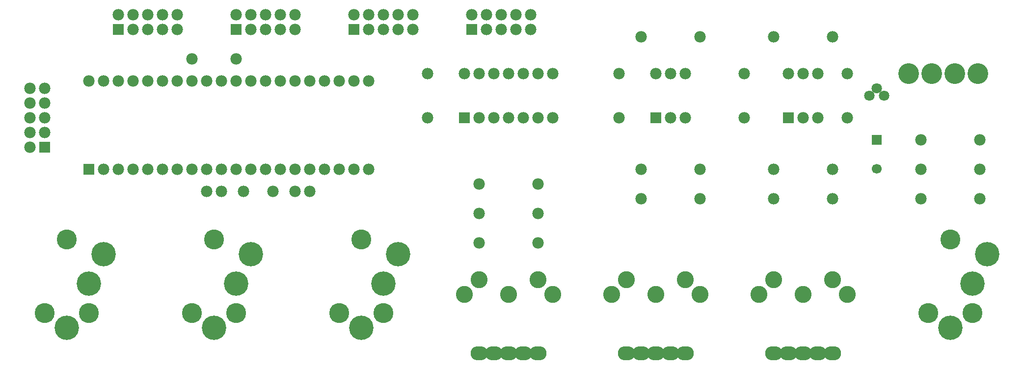
<source format=gts>
G04 #@! TF.FileFunction,Soldermask,Top*
%FSLAX46Y46*%
G04 Gerber Fmt 4.6, Leading zero omitted, Abs format (unit mm)*
G04 Created by KiCad (PCBNEW (2016-03-22 BZR 6643, Git db8c72c)-product) date 3/23/2016 7:30:48 PM*
%MOMM*%
G01*
G04 APERTURE LIST*
%ADD10C,0.100000*%
%ADD11O,2.940000X2.432000*%
%ADD12C,2.940000*%
%ADD13C,1.974800*%
%ADD14R,1.974800X1.974800*%
%ADD15C,4.210000*%
%ADD16C,3.448000*%
%ADD17R,1.700000X1.700000*%
%ADD18C,1.700000*%
%ADD19C,3.575000*%
%ADD20C,1.797000*%
G04 APERTURE END LIST*
D10*
D11*
X190500000Y-115570000D03*
X180340000Y-115570000D03*
X185420000Y-115570000D03*
X182880000Y-115570000D03*
X187960000Y-115570000D03*
D12*
X185420000Y-105410000D03*
X177800000Y-105410000D03*
X193040000Y-105410000D03*
X180340000Y-102870000D03*
X190500000Y-102870000D03*
D11*
X215900000Y-115570000D03*
X205740000Y-115570000D03*
X210820000Y-115570000D03*
X208280000Y-115570000D03*
X213360000Y-115570000D03*
D12*
X210820000Y-105410000D03*
X203200000Y-105410000D03*
X218440000Y-105410000D03*
X205740000Y-102870000D03*
X215900000Y-102870000D03*
D11*
X165100000Y-115570000D03*
X154940000Y-115570000D03*
X160020000Y-115570000D03*
X157480000Y-115570000D03*
X162560000Y-115570000D03*
D12*
X160020000Y-105410000D03*
X152400000Y-105410000D03*
X167640000Y-105410000D03*
X154940000Y-102870000D03*
X165100000Y-102870000D03*
D13*
X241300000Y-88900000D03*
X231140000Y-88900000D03*
X193040000Y-88900000D03*
X182880000Y-88900000D03*
X215900000Y-88900000D03*
X205740000Y-88900000D03*
X182880000Y-60960000D03*
X193040000Y-60960000D03*
X205740000Y-60960000D03*
X215900000Y-60960000D03*
X165100000Y-86360000D03*
X154940000Y-86360000D03*
X154940000Y-96520000D03*
X165100000Y-96520000D03*
X165100000Y-91440000D03*
X154940000Y-91440000D03*
X87630000Y-68580000D03*
D14*
X87630000Y-83820000D03*
D13*
X90170000Y-68580000D03*
X90170000Y-83820000D03*
X92710000Y-68580000D03*
X92710000Y-83820000D03*
X95250000Y-68580000D03*
X95250000Y-83820000D03*
X97790000Y-68580000D03*
X97790000Y-83820000D03*
X100330000Y-68580000D03*
X100330000Y-83820000D03*
X102870000Y-68580000D03*
X102870000Y-83820000D03*
X105410000Y-68580000D03*
X105410000Y-83820000D03*
X107950000Y-68580000D03*
X107950000Y-83820000D03*
X110490000Y-68580000D03*
X110490000Y-83820000D03*
X113030000Y-68580000D03*
X113030000Y-83820000D03*
X115570000Y-68580000D03*
X115570000Y-83820000D03*
X118110000Y-68580000D03*
X118110000Y-83820000D03*
X120650000Y-68580000D03*
X120650000Y-83820000D03*
X123190000Y-68580000D03*
X123190000Y-83820000D03*
X125730000Y-68580000D03*
X125730000Y-83820000D03*
X128270000Y-68580000D03*
X128270000Y-83820000D03*
X130810000Y-68580000D03*
X130810000Y-83820000D03*
X133350000Y-68580000D03*
X133350000Y-83820000D03*
X135890000Y-68580000D03*
X135890000Y-83820000D03*
X185420000Y-67310000D03*
D14*
X185420000Y-74930000D03*
D13*
X187960000Y-67310000D03*
X187960000Y-74930000D03*
X190500000Y-67310000D03*
X190500000Y-74930000D03*
X208280000Y-67310000D03*
D14*
X208280000Y-74930000D03*
D13*
X210820000Y-67310000D03*
X210820000Y-74930000D03*
X213360000Y-67310000D03*
X213360000Y-74930000D03*
X152400000Y-67310000D03*
D14*
X152400000Y-74930000D03*
D13*
X154940000Y-67310000D03*
X154940000Y-74930000D03*
X157480000Y-67310000D03*
X157480000Y-74930000D03*
X160020000Y-67310000D03*
X160020000Y-74930000D03*
X162560000Y-67310000D03*
X162560000Y-74930000D03*
X165100000Y-67310000D03*
X165100000Y-74930000D03*
X167640000Y-67310000D03*
X167640000Y-74930000D03*
X182880000Y-83820000D03*
X193040000Y-83820000D03*
X231140000Y-78740000D03*
X241300000Y-78740000D03*
X231140000Y-83820000D03*
X241300000Y-83820000D03*
X205740000Y-83820000D03*
X215900000Y-83820000D03*
D15*
X236220000Y-111201200D03*
D16*
X240030000Y-108661200D03*
D15*
X240030000Y-103581200D03*
X242570000Y-98501200D03*
D16*
X236220000Y-95961200D03*
X232410000Y-108661200D03*
D15*
X109220000Y-111201200D03*
D16*
X113030000Y-108661200D03*
D15*
X113030000Y-103581200D03*
X115570000Y-98501200D03*
D16*
X109220000Y-95961200D03*
X105410000Y-108661200D03*
D15*
X134620000Y-111201200D03*
D16*
X138430000Y-108661200D03*
D15*
X138430000Y-103581200D03*
X140970000Y-98501200D03*
D16*
X134620000Y-95961200D03*
X130810000Y-108661200D03*
D15*
X83820000Y-111201200D03*
D16*
X87630000Y-108661200D03*
D15*
X87630000Y-103581200D03*
X90170000Y-98501200D03*
D16*
X83820000Y-95961200D03*
X80010000Y-108661200D03*
D13*
X218440000Y-67310000D03*
X218440000Y-74930000D03*
X200660000Y-67310000D03*
X200660000Y-74930000D03*
X179070000Y-67310000D03*
X179070000Y-74930000D03*
X146050000Y-67310000D03*
X146050000Y-74930000D03*
X105410000Y-64770000D03*
X113030000Y-64770000D03*
D17*
X223520000Y-78740000D03*
D18*
X223520000Y-83740000D03*
D19*
X229006400Y-67310000D03*
X232968800Y-67310000D03*
X236931200Y-67310000D03*
X240893600Y-67310000D03*
D13*
X123190000Y-87630000D03*
X125730000Y-87630000D03*
X110490000Y-87630000D03*
X107950000Y-87630000D03*
X119380000Y-87630000D03*
X114300000Y-87630000D03*
D20*
X222250000Y-71120000D03*
X223520000Y-69850000D03*
X224790000Y-71120000D03*
D14*
X92710000Y-59690000D03*
D13*
X92710000Y-57150000D03*
X95250000Y-59690000D03*
X95250000Y-57150000D03*
X97790000Y-59690000D03*
X97790000Y-57150000D03*
X100330000Y-59690000D03*
X100330000Y-57150000D03*
X102870000Y-59690000D03*
X102870000Y-57150000D03*
D14*
X113030000Y-59690000D03*
D13*
X113030000Y-57150000D03*
X115570000Y-59690000D03*
X115570000Y-57150000D03*
X118110000Y-59690000D03*
X118110000Y-57150000D03*
X120650000Y-59690000D03*
X120650000Y-57150000D03*
X123190000Y-59690000D03*
X123190000Y-57150000D03*
D14*
X133350000Y-59690000D03*
D13*
X133350000Y-57150000D03*
X135890000Y-59690000D03*
X135890000Y-57150000D03*
X138430000Y-59690000D03*
X138430000Y-57150000D03*
X140970000Y-59690000D03*
X140970000Y-57150000D03*
X143510000Y-59690000D03*
X143510000Y-57150000D03*
D14*
X153670000Y-59690000D03*
D13*
X153670000Y-57150000D03*
X156210000Y-59690000D03*
X156210000Y-57150000D03*
X158750000Y-59690000D03*
X158750000Y-57150000D03*
X161290000Y-59690000D03*
X161290000Y-57150000D03*
X163830000Y-59690000D03*
X163830000Y-57150000D03*
D14*
X80010000Y-80010000D03*
D13*
X77470000Y-80010000D03*
X80010000Y-77470000D03*
X77470000Y-77470000D03*
X80010000Y-74930000D03*
X77470000Y-74930000D03*
X80010000Y-72390000D03*
X77470000Y-72390000D03*
X80010000Y-69850000D03*
X77470000Y-69850000D03*
M02*

</source>
